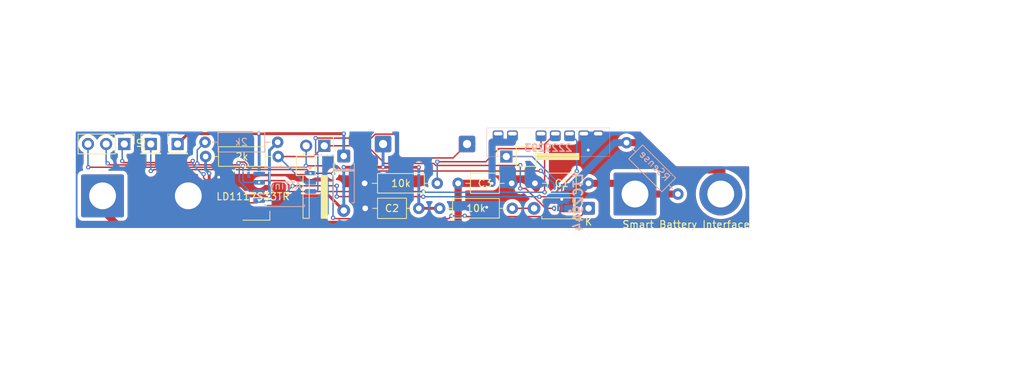
<source format=kicad_pcb>
(kicad_pcb (version 20241229) (generator "pcbnew") (generator_version "9.0")
  (layers (0 "F.Cu" signal) (2 "B.Cu" signal) (13 "F.Paste" user) (15 "B.Paste" user) (5 "F.SilkS" user "F.Silkscreen") (7 "B.SilkS" user "B.Silkscreen") (1 "F.Mask" user) (3 "B.Mask" user) (25 "Edge.Cuts" user))
  (net 0 "")
  (net 1 "GND")
  (net 2 "Net-(IC1-SENSE+)")
  (net 3 "3.3v")
  (net 4 "12v")
  (net 5 "Net-(D1-K)")
  (net 6 "Net-(D1-A)")
  (net 7 "Net-(D2-K)")
  (net 8 "Net-(IC1-SCL)")
  (net 9 "Net-(IC1-~{ALCC})")
  (net 10 "Net-(IC1-SDA)")
  (net 11 "Net-(IC1-SENSE-)")
  (net 12 "Net-(J8-Pin_1)")
  (net 13 "Net-(J9-Pin_3)")
  (net 14 "Net-(J9-Pin_1)")
  (net 15 "Net-(U2-thermistor)")
  (footprint "Connector_Wire:SolderWire-4sqmm_1x02_P12mm_D3mm_OD6mm" (layer "F.Cu") (at 162.75 52.25)
    (property "Reference" "J12" (hide yes))
    (property "Value" "Conn_01x02_Socket")
    (pad "1" thru_hole roundrect (at 0 0) (size 6 6) (drill 3.75) (layers "*.Cu" "*.Mask") (roundrect_rratio 0.041667) (net 2 "Net-(IC1-SENSE+)"))
    (pad "2" thru_hole circle (at 12 0) (size 6 6) (drill 3.75) (layers "*.Cu" "*.Mask") (net 11 "Net-(IC1-SENSE-)"))
  )
  (footprint "Capacitor_THT:C_Axial_L3.8mm_D2.6mm_P7.50mm_Horizontal" (layer "F.Cu") (at 132.5 54.25 180)
    (property "Reference" "C2" (at 3.75 0 0) (layer "F.SilkS"))
    (property "Value" "0.022")
    (fp_line (start 6.46 0) (end 5.77 0) (stroke (width 0.12)) (layer "F.SilkS"))
    (fp_line (start 1.04 0) (end 1.73 0) (stroke (width 0.12)) (layer "F.SilkS"))
    (fp_rect (start 1.73 -1.42) (end 5.77 1.42) (stroke (width 0.12)) (fill no) (layer "F.SilkS"))
    (pad "1" thru_hole circle (at 0 0 180) (size 1.6 1.6) (drill 0.8) (layers "*.Cu" "*.Mask") (net 3 "3.3v"))
    (pad "2" thru_hole circle (at 7.5 0 180) (size 1.6 1.6) (drill 0.8) (layers "*.Cu" "*.Mask") (net 1 "GND"))
  )
  (footprint "Connector_PinHeader_2.54mm:PinHeader_1x01_P2.54mm_Vertical" (layer "F.Cu") (at 98.75 45.25)
    (property "Reference" "J11" (hide yes))
    (property "Value" "Conn_01x01_Pin" (hide yes))
    (fp_line (start -1.38 -1.38) (end 0 -1.38) (stroke (width 0.12)) (layer "F.SilkS"))
    (fp_line (start -1.38 0) (end -1.38 -1.38) (stroke (width 0.12)) (layer "F.SilkS"))
    (fp_line (start -1.38 1.27) (end -1.38 1.38) (stroke (width 0.12)) (layer "F.SilkS"))
    (fp_line (start -1.38 1.27) (end 1.38 1.27) (stroke (width 0.12)) (layer "F.SilkS"))
    (fp_line (start -1.38 1.38) (end 1.38 1.38) (stroke (width 0.12)) (layer "F.SilkS"))
    (fp_line (start 1.38 1.27) (end 1.38 1.38) (stroke (width 0.12)) (layer "F.SilkS"))
    (pad "1" thru_hole rect (at 0 0) (size 1.7 1.7) (drill 1) (layers "*.Cu" "*.Mask") (net 7 "Net-(D2-K)"))
  )
  (footprint "Capacitor_THT:C_Axial_L3.8mm_D2.6mm_P7.50mm_Horizontal" (layer "F.Cu") (at 148.75 50.75)
    (property "Reference" "C1" (at 3.75 0 0) (layer "F.SilkS"))
    (property "Value" "0.001")
    (fp_line (start 1.04 0) (end 1.73 0) (stroke (width 0.12)) (layer "F.SilkS"))
    (fp_line (start 6.46 0) (end 5.77 0) (stroke (width 0.12)) (layer "F.SilkS"))
    (fp_rect (start 1.73 -1.42) (end 5.77 1.42) (stroke (width 0.12)) (fill no) (layer "F.SilkS"))
    (pad "1" thru_hole circle (at 0 0) (size 1.6 1.6) (drill 0.8) (layers "*.Cu" "*.Mask") (net 1 "GND"))
    (pad "2" thru_hole circle (at 7.5 0) (size 1.6 1.6) (drill 0.8) (layers "*.Cu" "*.Mask") (net 2 "Net-(IC1-SENSE+)"))
  )
  (footprint "Diode_THT:D_A-405_P7.62mm_Horizontal" (layer "F.Cu") (at 156.25 54.25 180)
    (property "Reference" "D1" (hide yes))
    (property "Value" "1N4007")
    (fp_line (start 6.53 1.47) (end 6.53 1.14) (stroke (width 0.12)) (layer "F.SilkS"))
    (fp_line (start 6.53 -1.47) (end 6.53 -1.14) (stroke (width 0.12)) (layer "F.SilkS"))
    (fp_line (start 2.11 -1.47) (end 2.11 1.47) (stroke (width 0.12)) (layer "F.SilkS"))
    (fp_line (start 1.99 -1.47) (end 1.99 1.47) (stroke (width 0.12)) (layer "F.SilkS"))
    (fp_line (start 1.87 -1.47) (end 1.87 1.47) (stroke (width 0.12)) (layer "F.SilkS"))
    (fp_line (start 1.09 1.47) (end 6.53 1.47) (stroke (width 0.12)) (layer "F.SilkS"))
    (fp_line (start 1.09 1.14) (end 1.09 1.47) (stroke (width 0.12)) (layer "F.SilkS"))
    (fp_line (start 1.09 -1.14) (end 1.09 -1.47) (stroke (width 0.12)) (layer "F.SilkS"))
    (fp_line (start 1.09 -1.47) (end 6.53 -1.47) (stroke (width 0.12)) (layer "F.SilkS"))
    (fp_text user "K" (at 0 -1.9 0) (layer "F.SilkS"))
    (pad "1" thru_hole roundrect (at 0 0 180) (size 1.8 1.8) (drill 0.9) (layers "*.Cu" "*.Mask") (roundrect_rratio 0.138889) (net 5 "Net-(D1-K)"))
    (pad "2" thru_hole circle (at 7.62 0 180) (size 1.8 1.8) (drill 0.9) (layers "*.Cu" "*.Mask") (net 6 "Net-(D1-A)"))
  )
  (footprint "Connector_Wire:SolderWire-0.5sqmm_1x01_D0.9mm_OD2.3mm" (layer "F.Cu") (at 127.5 45.25)
    (property "Reference" "J10" (hide yes))
    (property "Value" "Conn_01x01_Socket" (hide yes))
    (pad "1" thru_hole roundrect (at 0 0) (size 2.3 2.3) (drill 1.15) (layers "*.Cu" "*.Mask") (roundrect_rratio 0.108696) (net 3 "3.3v"))
  )
  (footprint "Connector_PinHeader_2.54mm:PinHeader_1x01_P2.54mm_Vertical" (layer "F.Cu") (at 95 45.25)
    (property "Reference" "J7" (hide yes))
    (property "Value" "Conn_01x01_Pin" (hide yes))
    (fp_line (start -1.38 -1.38) (end 0 -1.38) (stroke (width 0.12)) (layer "F.SilkS"))
    (fp_line (start -1.38 0) (end -1.38 -1.38) (stroke (width 0.12)) (layer "F.SilkS"))
    (fp_line (start -1.38 1.27) (end -1.38 1.38) (stroke (width 0.12)) (layer "F.SilkS"))
    (fp_line (start -1.38 1.27) (end 1.38 1.27) (stroke (width 0.12)) (layer "F.SilkS"))
    (fp_line (start -1.38 1.38) (end 1.38 1.38) (stroke (width 0.12)) (layer "F.SilkS"))
    (fp_line (start 1.38 1.27) (end 1.38 1.38) (stroke (width 0.12)) (layer "F.SilkS"))
    (pad "1" thru_hole rect (at 0 0) (size 1.7 1.7) (drill 1) (layers "*.Cu" "*.Mask") (net 5 "Net-(D1-K)"))
  )
  (footprint "Connector_PinHeader_2.54mm:PinHeader_1x02_P2.54mm_Horizontal" (layer "F.Cu") (at 119.275 45.5 -90)
    (property "Reference" "J4" (hide yes))
    (property "Value" "Conn_01x02_Pin")
    (fp_line (start 1.39 3.92) (end 4.15 3.92) (stroke (width 0.12)) (layer "F.SilkS"))
    (fp_line (start 4.15 3.92) (end 4.15 -1.38) (stroke (width 0.12)) (layer "F.SilkS"))
    (fp_line (start 1.077358 2.97) (end 1.39 2.97) (stroke (width 0.12)) (layer "F.SilkS"))
    (fp_line (start 10.15 2.97) (end 4.15 2.97) (stroke (width 0.12)) (layer "F.SilkS"))
    (fp_line (start 1.077358 2.11) (end 1.39 2.11) (stroke (width 0.12)) (layer "F.SilkS"))
    (fp_line (start 4.15 2.11) (end 10.15 2.11) (stroke (width 0.12)) (layer "F.SilkS"))
    (fp_line (start 10.15 2.11) (end 10.15 2.97) (stroke (width 0.12)) (layer "F.SilkS"))
    (fp_line (start 1.39 1.27) (end 4.15 1.27) (stroke (width 0.12)) (layer "F.SilkS"))
    (fp_line (start 1.16 0.43) (end 1.39 0.43) (stroke (width 0.12)) (layer "F.SilkS"))
    (fp_line (start -1.27 0) (end -1.27 -1.27) (stroke (width 0.12)) (layer "F.SilkS"))
    (fp_line (start 1.16 -0.43) (end 1.39 -0.43) (stroke (width 0.12)) (layer "F.SilkS"))
    (fp_line (start -1.27 -1.27) (end 0 -1.27) (stroke (width 0.12)) (layer "F.SilkS"))
    (fp_line (start 1.39 -1.38) (end 1.39 3.92) (stroke (width 0.12)) (layer "F.SilkS"))
    (fp_line (start 4.15 -1.38) (end 1.39 -1.38) (stroke (width 0.12)) (layer "F.SilkS"))
    (fp_rect (start 4.15 -0.43) (end 10.15 0.43) (stroke (width 0.12)) (fill yes) (layer "F.SilkS"))
    (pad "1" thru_hole rect (at 0 0 270) (size 1.7 1.7) (drill 1) (layers "*.Cu" "*.Mask") (net 8 "Net-(IC1-SCL)"))
    (pad "2" thru_hole circle (at 0 2.54 270) (size 1.7 1.7) (drill 1) (layers "*.Cu" "*.Mask") (net 10 "Net-(IC1-SDA)"))
  )
  (footprint "Connector_PinHeader_2.54mm:PinHeader_1x01_P2.54mm_Horizontal" (layer "F.Cu") (at 144.75 47)
    (property "Reference" "J6" (hide yes))
    (property "Value" "Conn_01x01_Pin")
    (fp_line (start -1.27 -1.27) (end 0 -1.27) (stroke (width 0.12)) (layer "F.SilkS"))
    (fp_line (start -1.27 0) (end -1.27 -1.27) (stroke (width 0.12)) (layer "F.SilkS"))
    (fp_line (start 1.16 -0.43) (end 1.39 -0.43) (stroke (width 0.12)) (layer "F.SilkS"))
    (fp_line (start 1.16 0.43) (end 1.39 0.43) (stroke (width 0.12)) (layer "F.SilkS"))
    (fp_line (start 1.39 -1.38) (end 1.39 1.38) (stroke (width 0.12)) (layer "F.SilkS"))
    (fp_line (start 1.39 1.38) (end 4.15 1.38) (stroke (width 0.12)) (layer "F.SilkS"))
    (fp_line (start 4.15 -1.38) (end 1.39 -1.38) (stroke (width 0.12)) (layer "F.SilkS"))
    (fp_line (start 4.15 1.38) (end 4.15 -1.38) (stroke (width 0.12)) (layer "F.SilkS"))
    (fp_rect (start 4.15 -0.43) (end 10.15 0.43) (stroke (width 0.12)) (fill yes) (layer "F.SilkS"))
    (pad "1" thru_hole rect (at 0 0) (size 1.7 1.7) (drill 1) (layers "*.Cu" "*.Mask") (net 9 "Net-(IC1-~{ALCC})"))
  )
  (footprint "Resistor_THT:R_Axial_DIN0207_L6.3mm_D2.5mm_P10.16mm_Horizontal" (layer "F.Cu") (at 124.92 50.75)
    (property "Reference" "10k" (at 5.08 0 0) (layer "F.SilkS"))
    (property "Value" "10k")
    (fp_line (start 1.04 0) (end 1.81 0) (stroke (width 0.12)) (layer "F.SilkS"))
    (fp_line (start 9.12 0) (end 8.35 0) (stroke (width 0.12)) (layer "F.SilkS"))
    (fp_rect (start 1.81 -1.37) (end 8.35 1.37) (stroke (width 0.12)) (fill no) (layer "F.SilkS"))
    (pad "1" thru_hole circle (at 0 0) (size 1.6 1.6) (drill 0.8) (layers "*.Cu" "*.Mask") (net 1 "GND"))
    (pad "2" thru_hole circle (at 10.16 0) (size 1.6 1.6) (drill 0.8) (layers "*.Cu" "*.Mask") (net 15 "Net-(U2-thermistor)"))
  )
  (footprint "Connector_PinHeader_2.54mm:PinHeader_1x03_P2.54mm_Vertical" (layer "F.Cu") (at 91.29 45.25 -90)
    (property "Reference" "J9" (at 0 -2.38 90) (layer "F.SilkS"))
    (property "Value" "Conn_01x03_Pin" (hide yes))
    (fp_line (start -1.38 6.46) (end 1.38 6.46) (stroke (width 0.12)) (layer "F.SilkS"))
    (fp_line (start -1.38 1.27) (end -1.38 6.46) (stroke (width 0.12)) (layer "F.SilkS"))
    (fp_line (start -1.38 1.27) (end 1.38 1.27) (stroke (width 0.12)) (layer "F.SilkS"))
    (fp_line (start 1.38 1.27) (end 1.38 6.46) (stroke (width 0.12)) (layer "F.SilkS"))
    (fp_line (start -1.38 0) (end -1.38 -1.38) (stroke (width 0.12)) (layer "F.SilkS"))
    (fp_line (start -1.38 -1.38) (end 0 -1.38) (stroke (width 0.12)) (layer "F.SilkS"))
    (pad "1" thru_hole rect (at 0 0 270) (size 1.7 1.7) (drill 1) (layers "*.Cu" "*.Mask") (net 14 "Net-(J9-Pin_1)"))
    (pad "2" thru_hole circle (at 0 2.54 270) (size 1.7 1.7) (drill 1) (layers "*.Cu" "*.Mask") (net 10 "Net-(IC1-SDA)"))
    (pad "3" thru_hole circle (at 0 5.08 270) (size 1.7 1.7) (drill 1) (layers "*.Cu" "*.Mask") (net 13 "Net-(J9-Pin_3)"))
  )
  (footprint "Resistor_THT:R_Axial_DIN0207_L6.3mm_D2.5mm_P10.16mm_Horizontal" (layer "F.Cu") (at 135.42 54.25)
    (property "Reference" "10k" (at 5.08 0 0) (layer "F.SilkS"))
    (property "Value" "10k")
    (fp_line (start 1.04 0) (end 1.81 0) (stroke (width 0.12)) (layer "F.SilkS"))
    (fp_line (start 9.12 0) (end 8.35 0) (stroke (width 0.12)) (layer "F.SilkS"))
    (fp_rect (start 1.81 -1.37) (end 8.35 1.37) (stroke (width 0.12)) (fill no) (layer "F.SilkS"))
    (pad "1" thru_hole circle (at 0 0) (size 1.6 1.6) (drill 0.8) (layers "*.Cu" "*.Mask") (net 3 "3.3v"))
    (pad "2" thru_hole circle (at 10.16 0) (size 1.6 1.6) (drill 0.8) (layers "*.Cu" "*.Mask") (net 6 "Net-(D1-A)"))
  )
  (footprint "Connector_Wire:SolderWire-4sqmm_1x02_P12mm_D3mm_OD6mm" (layer "F.Cu") (at 88.25 52.5)
    (property "Reference" "J1" (hide yes))
    (property "Value" "Conn_01x02_Socket")
    (pad "1" thru_hole roundrect (at 0 0) (size 6 6) (drill 3.75) (layers "*.Cu" "*.Mask") (roundrect_rratio 0.041667) (net 4 "12v"))
    (pad "2" thru_hole circle (at 12 0) (size 6 6) (drill 3.75) (layers "*.Cu" "*.Mask") (net 1 "GND"))
  )
  (footprint "Package_TO_SOT_SMD:SOT-223-3_TabPin2" (layer "F.Cu") (at 109.75 52.5)
    (property "Reference" "LD1117S33TR" (at -0.45 0.1 0) (layer "F.SilkS"))
    (property "Value" "LD1117S33TR_SOT223")
    (fp_line (start -1.85 -3.41) (end 1.91 -3.41) (stroke (width 0.12)) (layer "F.SilkS"))
    (fp_line (start -1.85 3.41) (end 1.91 3.41) (stroke (width 0.12)) (layer "F.SilkS"))
    (fp_line (start 1.91 -3.41) (end 1.91 -2.15) (stroke (width 0.12)) (layer "F.SilkS"))
    (fp_line (start 1.91 3.41) (end 1.91 2.15) (stroke (width 0.12)) (layer "F.SilkS"))
    (fp_poly (pts (xy -3.13 -3.31) (xy -3.37 -3.64) (xy -2.89 -3.64) (xy -3.13 -3.31)) (stroke (width 0.12)) (fill yes) (layer "F.SilkS"))
    (pad "1" smd roundrect (at -3.15 -2.3) (size 2 1.5) (layers "F.Cu" "F.Mask" "F.Paste") (net 1 "GND"))
    (pad "2" smd roundrect (at -3.15 0) (size 2 1.5) (layers "F.Cu" "F.Mask" "F.Paste") (net 3 "3.3v"))
    (pad "2" smd roundrect (at 3.15 0) (size 2 3.8) (layers "F.Cu" "F.Mask" "F.Paste") (net 3 "3.3v"))
    (pad "3" smd roundrect (at -3.15 2.3) (size 2 1.5) (layers "F.Cu" "F.Mask" "F.Paste") (net 4 "12v"))
  )
  (footprint "Connector_Wire:SolderWire-0.5sqmm_1x01_D0.9mm_OD2.3mm" (layer "F.Cu") (at 139.25 45.25)
    (property "Reference" "J8" (hide yes))
    (property "Value" "Conn_01x01_Socket" (hide yes))
    (pad "1" thru_hole roundrect (at 0 0) (size 2.3 2.3) (drill 1.15) (layers "*.Cu" "*.Mask") (roundrect_rratio 0.108696) (net 12 "Net-(J8-Pin_1)"))
  )
  (footprint "Capacitor_THT:C_Axial_L3.8mm_D2.6mm_P7.50mm_Horizontal" (layer "F.Cu") (at 138 50.75)
    (property "Reference" "C3" (at 3.75 0 0) (layer "F.SilkS"))
    (property "Value" "0.022")
    (fp_line (start 1.04 0) (end 1.73 0) (stroke (width 0.12)) (layer "F.SilkS"))
    (fp_line (start 6.46 0) (end 5.77 0) (stroke (width 0.12)) (layer "F.SilkS"))
    (fp_rect (start 1.73 -1.42) (end 5.77 1.42) (stroke (width 0.12)) (fill no) (layer "F.SilkS"))
    (pad "1" thru_hole circle (at 0 0) (size 1.6 1.6) (drill 0.8) (layers "*.Cu" "*.Mask") (net 4 "12v"))
    (pad "2" thru_hole circle (at 7.5 0) (size 1.6 1.6) (drill 0.8) (layers "*.Cu" "*.Mask") (net 1 "GND"))
  )
  (footprint "Resistor_THT:R_Axial_DIN0207_L6.3mm_D2.5mm_P10.16mm_Horizontal" (layer "F.Cu") (at 102.67 47)
    (property "Reference" "2k" (at 5.08 0 0) (layer "F.SilkS"))
    (property "Value" "2k")
    (fp_line (start 1.04 0) (end 1.81 0) (stroke (width 0.12)) (layer "F.SilkS"))
    (fp_line (start 9.12 0) (end 8.35 0) (stroke (width 0.12)) (layer "F.SilkS"))
    (fp_rect (start 1.81 -1.37) (end 8.35 1.37) (stroke (width 0.12)) (fill no) (layer "F.SilkS"))
    (pad "1" thru_hole circle (at 0 0) (size 1.6 1.6) (drill 0.8) (layers "*.Cu" "*.Mask") (net 3 "3.3v"))
    (pad "2" thru_hole circle (at 10.16 0) (size 1.6 1.6) (drill 0.8) (layers "*.Cu" "*.Mask") (net 8 "Net-(IC1-SCL)"))
  )
  (footprint "Thinkpad:LTC2944" (layer "B.Cu") (at 152.25 52.75 90)
    (property "Reference" "LTC2944" (at -0.65 2.55 270) (layer "B.SilkS") (effects (font (size 1.27 1.27) (thickness 0.254)) (justify mirror)))
    (property "Value" "LTC2944IDD#PBF" (hide yes))
    (fp_circle (center -1.9 1.4) (end -1.9 1.275) (stroke (width 0.25)) (fill no) (layer "B.SilkS"))
    (pad "1" smd rect (at -1.5 0.75) (size 0.3 0.8) (layers "B.Cu" "B.Mask" "B.Paste") (net 2 "Net-(IC1-SENSE+)"))
    (pad "2" smd rect (at -1.5 0.25) (size 0.3 0.8) (layers "B.Cu" "B.Mask" "B.Paste") (net 1 "GND"))
    (pad "3" smd rect (at -1.5 -0.25) (size 0.3 0.8) (layers "B.Cu" "B.Mask" "B.Paste") (net 1 "GND"))
    (pad "4" smd rect (at -1.5 -0.75) (size 0.3 0.8) (layers "B.Cu" "B.Mask" "B.Paste") (net 8 "Net-(IC1-SCL)"))
    (pad "5" smd rect (at 1.5 -0.75) (size 0.3 0.8) (layers "B.Cu" "B.Mask" "B.Paste") (net 10 "Net-(IC1-SDA)"))
    (pad "6" smd rect (at 1.5 -0.25) (size 0.3 0.8) (layers "B.Cu" "B.Mask" "B.Paste") (net 9 "Net-(IC1-~{ALCC})"))
    (pad "7" smd rect (at 1.5 0.25) (size 0.3 0.8) (layers "B.Cu" "B.Mask" "B.Paste") (net 1 "GND"))
    (pad "8" smd rect (at 1.5 0.75) (size 0.3 0.8) (layers "B.Cu" "B.Mask" "B.Paste") (net 11 "Net-(IC1-SENSE-)"))
    (pad "9" smd rect (at 0 0 90) (size 1.75 2.48) (layers "B.Cu" "B.Mask" "B.Paste") (net 1 "GND"))
  )
  (footprint "Package_SO:SOIC-8_5.3x5.3mm_P1.27mm" (layer "B.Cu") (at 113.75 51.25 180)
    (property "Reference" "ATTiny" (at -0.05 0.15 0) (layer "B.SilkS") (effects (justify mirror)))
    (property "Value" "ATtiny85-20SU")
    (fp_line (start 2.76 2.76) (end 2.76 2.49) (stroke (width 0.12)) (layer "B.SilkS"))
    (fp_line (start 2.76 -2.76) (end 2.76 -2.49) (stroke (width 0.12)) (layer "B.SilkS"))
    (fp_line (start 0 2.76) (end 2.76 2.76) (stroke (width 0.12)) (layer "B.SilkS"))
    (fp_line (start 0 2.76) (end -2.76 2.76) (stroke (width 0.12)) (layer "B.SilkS"))
    (fp_line (start 0 -2.76) (end 2.76 -2.76) (stroke (width 0.12)) (layer "B.SilkS"))
    (fp_line (start 0 -2.76) (end -2.76 -2.76) (stroke (width 0.12)) (layer "B.SilkS"))
    (fp_line (start -2.76 2.76) (end -2.76 2.49) (stroke (width 0.12)) (layer "B.SilkS"))
    (fp_line (start -2.76 -2.76) (end -2.76 -2.49) (stroke (width 0.12)) (layer "B.SilkS"))
    (fp_poly (pts (xy -3.525 2.49) (xy -3.765 2.82) (xy -3.285 2.82)) (stroke (width 0.12)) (fill yes) (layer "B.SilkS"))
    (pad "1" smd roundrect (at -3.5875 1.905 180) (size 1.625 0.65) (layers "B.Cu" "B.Mask" "B.Paste") (net 5 "Net-(D1-K)"))
    (pad "2" smd roundrect (at -3.5875 0.635 180) (size 1.625 0.65) (layers "B.Cu" "B.Mask" "B.Paste") (net 8 "Net-(IC1-SCL)"))
    (pad "3" smd roundrect (at -3.5875 -0.635 180) (size 1.625 0.65) (layers "B.Cu" "B.Mask" "B.Paste") (net 12 "Net-(J8-Pin_1)"))
    (pad "4" smd roundrect (at -3.5875 -1.905 180) (size 1.625 0.65) (layers "B.Cu" "B.Mask" "B.Paste") (net 1 "GND"))
    (pad "5" smd roundrect (at 3.5875 -1.905 180) (size 1.625 0.65) (layers "B.Cu" "B.Mask" "B.Paste") (net 14 "Net-(J9-Pin_1)"))
    (pad "6" smd roundrect (at 3.5875 -0.635 180) (size 1.625 0.65) (layers "B.Cu" "B.Mask" "B.Paste") (net 10 "Net-(IC1-SDA)"))
    (pad "7" smd roundrect (at 3.5875 0.635 180) (size 1.625 0.65) (layers "B.Cu" "B.Mask" "B.Paste") (net 13 "Net-(J9-Pin_3)"))
    (pad "8" smd roundrect (at 3.5875 1.905 180) (size 1.625 0.65) (layers "B.Cu" "B.Mask" "B.Paste") (net 7 "Net-(D2-K)"))
  )
  (footprint "Resistor_THT:R_Axial_DIN0207_L6.3mm_D2.5mm_P10.16mm_Horizontal" (layer "B.Cu") (at 112.75 45 180)
    (property "Reference" "2k" (at 5.08 0 180) (layer "B.SilkS") (effects (justify mirror)))
    (property "Value" "2k")
    (fp_line (start 9.12 0) (end 8.35 0) (stroke (width 0.12)) (layer "B.SilkS"))
    (fp_line (start 1.04 0) (end 1.81 0) (stroke (width 0.12)) (layer "B.SilkS"))
    (fp_rect (start 1.81 1.37) (end 8.35 -1.37) (stroke (width 0.12)) (fill no) (layer "B.SilkS"))
    (pad "1" thru_hole circle (at 0 0 180) (size 1.6 1.6) (drill 0.8) (layers "*.Cu" "*.Mask") (net 3 "3.3v"))
    (pad "2" thru_hole circle (at 10.16 0 180) (size 1.6 1.6) (drill 0.8) (layers "*.Cu" "*.Mask") (net 10 "Net-(IC1-SDA)"))
  )
  (footprint "Diode_THT:D_A-405_P7.62mm_Horizontal" (layer "B.Cu") (at 122 46.94 -90)
    (property "Reference" "D2" (hide yes))
    (property "Value" "1N4007")
    (fp_line (start 1.089999 1.47) (end 6.53 1.47) (stroke (width 0.12)) (layer "B.SilkS"))
    (fp_line (start 1.87 1.47) (end 1.87 -1.47) (stroke (width 0.12)) (layer "B.SilkS"))
    (fp_line (start 2.11 1.47) (end 2.11 -1.47) (stroke (width 0.12)) (layer "B.SilkS"))
    (fp_line (start 6.53 1.47) (end 6.53 1.14) (stroke (width 0.12)) (layer "B.SilkS"))
    (fp_line (start 1.99 1.469999) (end 1.99 -1.469999) (stroke (width 0.12)) (layer "B.SilkS"))
    (fp_line (start 1.09 1.14) (end 1.089999 1.47) (stroke (width 0.12)) (layer "B.SilkS"))
    (fp_line (start 1.09 -1.14) (end 1.089999 -1.47) (stroke (width 0.12)) (layer "B.SilkS"))
    (fp_line (start 1.089999 -1.47) (end 6.53 -1.47) (stroke (width 0.12)) (layer "B.SilkS"))
    (fp_line (start 6.53 -1.47) (end 6.53 -1.14) (stroke (width 0.12)) (layer "B.SilkS"))
    (pad "1" thru_hole roundrect (at 0 0 270) (size 1.8 1.8) (drill 0.9) (layers "*.Cu" "*.Mask") (roundrect_rratio 0.138889) (net 7 "Net-(D2-K)"))
    (pad "2" thru_hole circle (at 7.62 0 270) (size 1.8 1.8) (drill 0.9) (layers "*.Cu" "*.Mask") (net 3 "3.3v"))
  )
  (footprint "Thinkpad:2229293-1_vertical" (layer "B.Cu") (at 149.6 43.8 180)
    (property "Reference" "2229293" (at -1 -2 0) (layer "B.SilkS") (effects (font (thickness 0.2) (bold yes)) (justify mirror)))
    (property "Value" "~")
    (fp_rect (start -9.6 0.8) (end 7.6 -3.2) (stroke (width 0.05)) (fill no) (layer "B.SilkS"))
    (pad "0" thru_hole roundrect (at 4 0 180) (size 1.5 1.5) (drill oval 1.2 0.5 (offset 0 -0.3)) (layers "*.Cu" "*.Mask") (roundrect_rratio 0.1968503937) (net 4 "12v"))
    (pad "0" thru_hole roundrect (at 6 0 180) (size 1.5 1.5) (drill oval 1.2 0.5 (offset 0 -0.3)) (layers "*.Cu" "*.Mask") (roundrect_rratio 0.1968503937) (net 4 "12v"))
    (pad "1" thru_hole roundrect (at 0 0 180) (size 1.5 1.5) (drill oval 1.2 0.5 (offset 0 -0.3)) (layers "*.Cu" "*.Mask") (roundrect_rratio 0.1968503937) (net 15 "Net-(U2-thermistor)"))
    (pad "2" thru_hole roundrect (at -2 0 180) (size 1.5 1.5) (drill oval 1.2 0.5 (offset 0 -0.3)) (layers "*.Cu" "*.Mask") (roundrect_rratio 0.1968503937) (net 13 "Net-(J9-Pin_3)"))
    (pad "3" thru_hole roundrect (at -4 0 180) (size 1.5 1.5) (drill oval 1.2 0.5 (offset 0 -0.3)) (layers "*.Cu" "*.Mask") (roundrect_rratio 0.1968503937) (net 14 "Net-(J9-Pin_1)"))
    (pad "6" thru_hole roundrect (at -8 0 180) (size 1.5 1.5) (drill oval 1.2 0.5 (offset 0 -0.3)) (layers "*.Cu" "*.Mask") (roundrect_rratio 0.1968503937) (net 1 "GND"))
    (pad "6" thru_hole roundrect (at -6 0 180) (size 1.5 1.5) (drill oval 1.2 0.5 (offset 0 -0.3)) (layers "*.Cu" "*.Mask") (roundrect_rratio 0.1968503937) (net 1 "GND"))
  )
  (footprint "Resistor_THT:R_Axial_DIN0207_L6.3mm_D2.5mm_P10.16mm_Horizontal" (layer "B.Cu") (at 168.75 52.25 135)
    (property "Reference" "RSense" (at 5.091169 0.494975 135) (layer "B.SilkS") (effects (justify mirror)))
    (property "Value" "50m")
    (fp_line (start 9.12 0) (end 8.350001 0) (stroke (width 0.12)) (layer "B.SilkS"))
    (fp_line (start 1.04 0) (end 1.81 0) (stroke (width 0.12)) (layer "B.SilkS"))
    (fp_poly (pts (xy 1.81 1.37) (xy 1.81 -1.37) (xy 8.35 -1.37) (xy 8.35 1.37)) (stroke (width 0.12)) (fill no) (layer "B.SilkS"))
    (pad "1" thru_hole circle (at 0 0 135) (size 1.6 1.6) (drill 0.8) (layers "*.Cu" "*.Mask") (net 2 "Net-(IC1-SENSE+)"))
    (pad "2" thru_hole circle (at 10.16 0 135) (size 1.6 1.6) (drill 0.8) (layers "*.Cu" "*.Mask") (net 11 "Net-(IC1-SENSE-)"))
  )
  (gr_poly (pts (xy 163.691421 43) (xy 136.500002 43) (xy 136.500002 46.6) (xy 130.250002 46.6) (xy 130.250002 43) (xy 84 43) (xy 84.000002 57.5) (xy 179.219226 57.5) (xy 179.219226 47.873817) (xy 168.714788 47.873817)) (stroke (width 0.001)) (fill no) (layer "Edge.Cuts"))
  (gr_text "Smart Battery Interface" (at 160.9 57.1 0) (layer "F.SilkS") (effects (font (size 1 1)) (justify left bottom)))
  (via (at 152.5 53) (size 0.9) (drill 0.4) (layers "F.Cu" "B.Cu") (net 1))
  (via (at 142 54.1) (size 0.9) (drill 0.4) (layers "F.Cu" "B.Cu") (net 1))
  (via (at 104.5 49.9) (size 0.9) (drill 0.4) (layers "F.Cu" "B.Cu") (net 1))
  (via (at 156.2 46.1) (size 0.9) (drill 0.4) (layers "F.Cu" "B.Cu") (net 1))
  (segment (start 150.85 52.75) (end 150.3 53.3) (width 1) (layer "B.Cu") (net 1))
  (segment (start 152.5 52.5) (end 152.25 52.75) (width 0.2) (layer "B.Cu") (net 1))
  (segment (start 152.5 51.25) (end 152.5 52.5) (width 0.2) (layer "B.Cu") (net 1))
  (segment (start 152 53) (end 152.25 52.75) (width 0.2) (layer "B.Cu") (net 1))
  (segment (start 152.25 52.75) (end 150.85 52.75) (width 1) (layer "B.Cu") (net 1))
  (segment (start 152 54.25) (end 152 53) (width 0.2) (layer "B.Cu") (net 1))
  (segment (start 152.5 53) (end 152.25 52.75) (width 0.2) (layer "B.Cu") (net 1))
  (segment (start 152.5 54.25) (end 152.5 53) (width 0.2) (layer "B.Cu") (net 1))
  (segment (start 162.75 52.25) (end 168.75 52.25) (width 1) (layer "F.Cu") (net 2))
  (segment (start 161.25 50.75) (end 162.75 52.25) (width 1) (layer "F.Cu") (net 2))
  (segment (start 156.25 50.75) (end 161.25 50.75) (width 1) (layer "F.Cu") (net 2))
  (segment (start 154.118 54.253) (end 153.278 54.253) (width 1) (layer "B.Cu") (net 2))
  (segment (start 154.722 52.278) (end 154.722 53.649) (width 1) (layer "B.Cu") (net 2))
  (segment (start 154.722 53.649) (end 154.118 54.253) (width 1) (layer "B.Cu") (net 2))
  (segment (start 156.25 50.75) (end 154.722 52.278) (width 1) (layer "B.Cu") (net 2))
  (segment (start 122 54.56) (end 119.94 52.5) (width 0.4) (layer "F.Cu") (net 3))
  (segment (start 111.6 52.5) (end 112.9 52.5) (width 0.4) (layer "F.Cu") (net 3))
  (segment (start 132.5 54.25) (end 135.42 54.25) (width 0.4) (layer "F.Cu") (net 3))
  (segment (start 105.5 52.5) (end 106.6 52.5) (width 0.4) (layer "F.Cu") (net 3))
  (segment (start 103.171 50.171) (end 105.5 52.5) (width 0.4) (layer "F.Cu") (net 3))
  (segment (start 122 48.5) (end 127.5 48.5) (width 0.4) (layer "F.Cu") (net 3))
  (segment (start 103.171 49.355) (end 103.171 50.171) (width 0.4) (layer "F.Cu") (net 3))
  (segment (start 127.5 48.5) (end 132.5 48.5) (width 0.4) (layer "F.Cu") (net 3))
  (segment (start 119.94 52.5) (end 112.9 52.5) (width 0.4) (layer "F.Cu") (net 3))
  (segment (start 106.6 52.5) (end 111.6 52.5) (width 0.4) (layer "F.Cu") (net 3))
  (via (at 103.171 49.355) (size 0.6) (drill 0.3) (layers "F.Cu" "B.Cu") (net 3))
  (via (at 122 48.5) (size 0.6) (drill 0.3) (layers "F.Cu" "B.Cu") (net 3))
  (via (at 127.5 48.5) (size 0.6) (drill 0.3) (layers "F.Cu" "B.Cu") (net 3))
  (via (at 132.5 48.5) (size 0.6) (drill 0.3) (layers "F.Cu" "B.Cu") (net 3))
  (via (at 111.6 52.5) (size 0.6) (drill 0.3) (layers "F.Cu" "B.Cu") (net 3))
  (segment (start 102.67 48.854) (end 102.67 47) (width 0.4) (layer "B.Cu") (net 3))
  (segment (start 111.6 46.15) (end 112.75 45) (width 0.4) (layer "B.Cu") (net 3))
  (segment (start 132.5 48.5) (end 132.5 54.25) (width 0.4) (layer "B.Cu") (net 3))
  (segment (start 127.5 48.5) (end 127.5 45.25) (width 0.4) (layer "B.Cu") (net 3))
  (segment (start 111.6 52.5) (end 111.6 46.15) (width 0.4) (layer "B.Cu") (net 3))
  (segment (start 103.171 49.355) (end 102.67 48.854) (width 0.4) (layer "B.Cu") (net 3))
  (segment (start 122 54.56) (end 122 48.5) (width 0.4) (layer "B.Cu") (net 3))
  (segment (start 106.5 54.9) (end 106.6 54.8) (width 1) (layer "F.Cu") (net 4))
  (segment (start 138 50.75) (end 142.75 50.75) (width 1) (layer "F.Cu") (net 4))
  (segment (start 90.25 56.499) (end 106.5 56.499) (width 1) (layer "F.Cu") (net 4))
  (segment (start 88.25 54.499) (end 90.25 56.499) (width 1) (layer "F.Cu") (net 4))
  (segment (start 88.25 52.5) (end 88.25 54.499) (width 1) (layer "F.Cu") (net 4))
  (segment (start 106.5 56.499) (end 106.5 54.9) (width 1) (layer "F.Cu") (net 4))
  (segment (start 106.5 56.499) (end 138 56.499) (width 1) (layer "F.Cu") (net 4))
  (segment (start 138 56.499) (end 138 50.75) (width 1) (layer "F.Cu") (net 4))
  (via (at 142.75 50.75) (size 0.9) (drill 0.4) (layers "F.Cu" "B.Cu") (net 4))
  (segment (start 142.75 50.75) (end 142.75 45.001) (width 1) (layer "B.Cu") (net 4))
  (segment (start 142.75 45.001) (end 145.6 45.001) (width 1) (layer "B.Cu") (net 4))
  (segment (start 139.027 55.4) (end 138.927 55.3) (width 0.2) (layer "F.Cu") (net 5))
  (segment (start 120.445 49.345) (end 117.3375 49.345) (width 0.2) (layer "F.Cu") (net 5))
  (segment (start 95.223 49.027) (end 95.422 48.828) (width 0.2) (layer "F.Cu") (net 5))
  (segment (start 137.073 55.3) (end 136.685 55.688) (width 0.2) (layer "F.Cu") (net 5))
  (segment (start 120.616 55.688) (end 120.5 55.572) (width 0.2) (layer "F.Cu") (net 5))
  (segment (start 155.1 55.4) (end 139.027 55.4) (width 0.2) (layer "F.Cu") (net 5))
  (segment (start 136.685 55.688) (end 120.616 55.688) (width 0.2) (layer "F.Cu") (net 5))
  (segment (start 120.5 49.4) (end 120.445 49.345) (width 0.2) (layer "F.Cu") (net 5))
  (segment (start 95 49.027) (end 95.223 49.027) (width 0.2) (layer "F.Cu") (net 5))
  (segment (start 156.25 54.25) (end 155.1 55.4) (width 0.2) (layer "F.Cu") (net 5))
  (segment (start 116.8205 48.828) (end 117.3375 49.345) (width 0.2) (layer "F.Cu") (net 5))
  (segment (start 95.422 48.828) (end 116.8205 48.828) (width 0.2) (layer "F.Cu") (net 5))
  (via (at 138.927 55.3) (size 0.6) (drill 0.3) (layers "F.Cu" "B.Cu") (net 5))
  (via (at 95 49.027) (size 0.6) (drill 0.3) (layers "F.Cu" "B.Cu") (net 5))
  (via (at 120.5 49.4) (size 0.6) (drill 0.3) (layers "F.Cu" "B.Cu") (net 5))
  (via (at 137.073 55.3) (size 0.6) (drill 0.3) (layers "F.Cu" "B.Cu") (net 5))
  (via (at 120.5 55.572) (size 0.6) (drill 0.3) (layers "F.Cu" "B.Cu") (net 5))
  (via (at 117.3375 49.345) (size 0.6) (drill 0.3) (layers "F.Cu" "B.Cu") (net 5))
  (segment (start 138.927 55.3) (end 137.073 55.3) (width 0.2) (layer "B.Cu") (net 5))
  (segment (start 95 45.25) (end 95 49.027) (width 0.2) (layer "B.Cu") (net 5))
  (segment (start 120.5 55.572) (end 120.5 49.4) (width 0.2) (layer "B.Cu") (net 5))
  (segment (start 145.58 54.25) (end 148.63 54.25) (width 0.2) (layer "F.Cu") (net 6))
  (segment (start 98.75 45.25) (end 100.2 43.8) (width 0.4) (layer "F.Cu") (net 7))
  (segment (start 106 43.8) (end 110.1 43.8) (width 0.4) (layer "F.Cu") (net 7))
  (segment (start 100.2 43.8) (end 106 43.8) (width 0.4) (layer "F.Cu") (net 7))
  (segment (start 110.5 43.8) (end 122 43.8) (width 0.4) (layer "F.Cu") (net 7))
  (segment (start 110.1 43.8) (end 110.5 43.8) (width 0.4) (layer "F.Cu") (net 7))
  (via (at 122 43.8) (size 0.6) (drill 0.3) (layers "F.Cu" "B.Cu") (net 7))
  (via (at 110.1 43.8) (size 0.6) (drill 0.3) (layers "F.Cu" "B.Cu") (net 7))
  (segment (start 110.1625 43.8625) (end 110.1 43.8) (width 0.4) (layer "B.Cu") (net 7))
  (segment (start 110.1625 49.345) (end 110.1625 43.8625) (width 0.4) (layer "B.Cu") (net 7))
  (segment (start 122 43.8) (end 122 46.94) (width 0.4) (layer "B.Cu") (net 7))
  (segment (start 134.597295 47.972) (end 134.881295 48.256) (width 0.2) (layer "F.Cu") (net 8))
  (segment (start 127.739078 47.972) (end 134.597295 47.972) (width 0.2) (layer "F.Cu") (net 8))
  (segment (start 146.644 48.256) (end 146.7 48.2) (width 0.2) (layer "F.Cu") (net 8))
  (segment (start 146.7 51.473) (end 147.448233 51.473) (width 0.2) (layer "F.Cu") (net 8))
  (segment (start 112.83 47) (end 117.775 47) (width 0.2) (layer "F.Cu") (net 8))
  (segment (start 150.225233 54.25) (end 151.422998 54.25) (width 0.2) (layer "F.Cu") (net 8))
  (segment (start 134.881295 48.256) (end 146.644 48.256) (width 0.2) (layer "F.Cu") (net 8))
  (segment (start 147.448233 51.473) (end 150.225233 54.25) (width 0.2) (layer "F.Cu") (net 8))
  (segment (start 125.267078 45.5) (end 127.739078 47.972) (width 0.2) (layer "F.Cu") (net 8))
  (segment (start 112.83 47.42) (end 112.83 47) (width 0.2) (layer "F.Cu") (net 8))
  (segment (start 117.775 47) (end 119.275 45.5) (width 0.2) (layer "F.Cu") (net 8))
  (segment (start 119.275 45.5) (end 125.267078 45.5) (width 0.2) (layer "F.Cu") (net 8))
  (via (at 151.422998 54.25) (size 0.6) (drill 0.3) (layers "F.Cu" "B.Cu") (net 8))
  (via (at 146.7 51.473) (size 0.6) (drill 0.3) (layers "F.Cu" "B.Cu") (net 8))
  (via (at 146.7 48.2) (size 0.6) (drill 0.3) (layers "F.Cu" "B.Cu") (net 8))
  (segment (start 117.3375 50.615) (end 116.445 50.615) (width 0.2) (layer "B.Cu") (net 8))
  (segment (start 146.7 51.572) (end 146.7 51.473) (width 0.2) (layer "B.Cu") (net 8))
  (segment (start 146.7 48.2) (end 146.7 51.572) (width 0.2) (layer "B.Cu") (net 8))
  (segment (start 116.445 50.615) (end 112.83 47) (width 0.2) (layer "B.Cu") (net 8))
  (segment (start 148.35 47) (end 144.75 47) (width 0.2) (layer "B.Cu") (net 9))
  (segment (start 152 51.25) (end 152 50.65) (width 0.2) (layer "B.Cu") (net 9))
  (segment (start 152 50.65) (end 148.35 47) (width 0.2) (layer "B.Cu") (net 9))
  (segment (start 108.428 48.5) (end 116.501 48.5) (width 0.2) (layer "F.Cu") (net 10))
  (segment (start 101.699 48.172) (end 101.5 47.973) (width 0.2) (layer "F.Cu") (net 10))
  (segment (start 89.172 48.172) (end 99.418 48.172) (width 0.2) (layer "F.Cu") (net 10))
  (segment (start 107.282454 47.992749) (end 107.372 48.082295) (width 0.2) (layer "F.Cu") (net 10))
  (segment (start 107.372 48.172) (end 101.699 48.172) (width 0.2) (layer "F.Cu") (net 10))
  (segment (start 101.301 48.172) (end 101.5 47.973) (width 0.2) (layer "F.Cu") (net 10))
  (segment (start 99.418 48.172) (end 101.301 48.172) (width 0.2) (layer "F.Cu") (net 10))
  (segment (start 107.282454 47.917374) (end 107.282454 47.992749) (width 0.2) (layer "F.Cu") (net 10))
  (segment (start 121.054295 48.301) (end 121.781295 49.028) (width 0.2) (layer "F.Cu") (net 10))
  (segment (start 107.282454 47.917374) (end 107.426828 47.773) (width 0.2) (layer "F.Cu") (net 10))
  (segment (start 108.118705 47.773) (end 108.428 48.082295) (width 0.2) (layer "F.Cu") (net 10))
  (segment (start 116.7 48.301) (end 121.054295 48.301) (width 0.2) (layer "F.Cu") (net 10))
  (segment (start 116.501 48.5) (end 116.7 48.301) (width 0.2) (layer "F.Cu") (net 10))
  (segment (start 121.781295 49.028) (end 149.545 49.028) (width 0.2) (layer "F.Cu") (net 10))
  (segment (start 149.545 49.028) (end 149.573 49) (width 0.2) (layer "F.Cu") (net 10))
  (segment (start 107.372 48.082295) (end 107.372 48.172) (width 0.2) (layer "F.Cu") (net 10))
  (segment (start 107.426828 47.773) (end 108.118705 47.773) (width 0.2) (layer "F.Cu") (net 10))
  (segment (start 88.973 47.973) (end 89.172 48.172) (width 0.2) (layer "F.Cu") (net 10))
  (segment (start 108.428 48.082295) (end 108.428 48.5) (width 0.2) (layer "F.Cu") (net 10))
  (via (at 149.573 49) (size 0.6) (drill 0.3) (layers "F.Cu" "B.Cu") (net 10))
  (via (at 107.282454 47.917374) (size 0.6) (drill 0.3) (layers "F.Cu" "B.Cu") (net 10))
  (via (at 116.7 48.301) (size 0.6) (drill 0.3) (layers "F.Cu" "B.Cu") (net 10))
  (via (at 88.973 47.973) (size 0.6) (drill 0.3) (layers "F.Cu" "B.Cu") (net 10))
  (via (at 101.5 47.973) (size 0.6) (drill 0.3) (layers "F.Cu" "B.Cu") (net 10))
  (segment (start 107.282454 47.992749) (end 107.372 48.082295) (width 0.2) (layer "B.Cu") (net 10))
  (segment (start 108.809138 51.873) (end 109.655 51.873) (width 0.2) (layer "B.Cu") (net 10))
  (segment (start 88.75 47.75) (end 88.973 47.973) (width 0.2) (layer "B.Cu") (net 10))
  (segment (start 107.372 48.082295) (end 107.372 50.435862) (width 0.2) (layer "B.Cu") (net 10))
  (segment (start 116.7 48.301) (end 116.735 48.266) (width 0.2) (layer "B.Cu") (net 10))
  (segment (start 88.75 45.25) (end 88.75 47.75) (width 0.2) (layer "B.Cu") (net 10))
  (segment (start 107.282454 47.917374) (end 107.282454 47.992749) (width 0.2) (layer "B.Cu") (net 10))
  (segment (start 101.5 47.973) (end 101.5 46.09) (width 0.2) (layer "B.Cu") (net 10))
  (segment (start 151.5 50.927) (end 151.5 51.25) (width 0.2) (layer "B.Cu") (net 10))
  (segment (start 107.372 50.435862) (end 108.809138 51.873) (width 0.2) (layer "B.Cu") (net 10))
  (segment (start 116.735 48.266) (end 116.735 45.5) (width 0.2) (layer "B.Cu") (net 10))
  (segment (start 149.573 49) (end 151.5 50.927) (width 0.2) (layer "B.Cu") (net 10))
  (segment (start 101.5 46.09) (end 102.59 45) (width 0.2) (layer "B.Cu") (net 10))
  (segment (start 164.383093 45.065795) (end 168.192115 48.874817) (width 1) (layer "F.Cu") (net 11))
  (segment (start 174.9 48.874817) (end 174.9 52.1) (width 1) (layer "F.Cu") (net 11))
  (segment (start 161.565795 45.065795) (end 164.383093 45.065795) (width 1) (layer "F.Cu") (net 11))
  (segment (start 174.9 52.1) (end 174.75 52.25) (width 1) (layer "F.Cu") (net 11))
  (segment (start 168.192115 48.874817) (end 174.9 48.874817) (width 1) (layer "F.Cu") (net 11))
  (segment (start 153.733503 51.247) (end 153.278 51.247) (width 1) (layer "B.Cu") (net 11))
  (segment (start 159.914708 45.065795) (end 153.733503 51.247) (width 1) (layer "B.Cu") (net 11))
  (segment (start 161.565795 45.065795) (end 159.914708 45.065795) (width 1) (layer "B.Cu") (net 11))
  (segment (start 126.395078 43.872) (end 129.372 43.872) (width 0.2) (layer "F.Cu") (net 12))
  (segment (start 118.065858 44.422) (end 125.845078 44.422) (width 0.2) (layer "F.Cu") (net 12))
  (segment (start 125.845078 44.422) (end 126.395078 43.872) (width 0.2) (layer "F.Cu") (net 12))
  (segment (start 137.299 47.201) (end 139.25 45.25) (width 0.2) (layer "F.Cu") (net 12))
  (segment (start 130.00106 47.201) (end 137.299 47.201) (width 0.2) (layer "F.Cu") (net 12))
  (segment (start 129.372 43.872) (end 129.372 46.57194) (width 0.2) (layer "F.Cu") (net 12))
  (segment (start 129.372 46.57194) (end 130.00106 47.201) (width 0.2) (layer "F.Cu") (net 12))
  (segment (start 118.060858 44.427) (end 118.065858 44.422) (width 0.2) (layer "F.Cu") (net 12))
  (via (at 118.060858 44.427) (size 0.6) (drill 0.3) (layers "F.Cu" "B.Cu") (net 12))
  (segment (start 118.149999 51.885) (end 118.378 51.656999) (width 0.2) (layer "B.Cu") (net 12))
  (segment (start 118.378 51.656999) (end 118.378 46.759) (width 0.2) (layer "B.Cu") (net 12))
  (segment (start 117.3375 51.885) (end 118.149999 51.885) (width 0.2) (layer "B.Cu") (net 12))
  (segment (start 118.060858 46.441858) (end 118.060858 44.427) (width 0.2) (layer "B.Cu") (net 12))
  (segment (start 118.378 46.759) (end 118.060858 46.441858) (width 0.2) (layer "B.Cu") (net 12))
  (segment (start 151.6 43.8) (end 150.1 45.3) (width 0.2) (layer "F.Cu") (net 13))
  (segment (start 107.701 48.5) (end 86.25 48.5) (width 0.2) (layer "F.Cu") (net 13))
  (segment (start 114.327 51.873) (end 114.327 50.99018) (width 0.2) (layer "F.Cu") (net 13))
  (segment (start 114.327 50.99018) (end 113.70882 50.372) (width 0.2) (layer "F.Cu") (net 13))
  (segment (start 133.127 51.9) (end 114.354 51.9) (width 0.2) (layer "F.Cu") (net 13))
  (segment (start 107.9 48.301) (end 107.701 48.5) (width 0.2) (layer "F.Cu") (net 13))
  (segment (start 150.1 45.3) (end 150.1 52) (width 0.2) (layer "F.Cu") (net 13))
  (segment (start 113.70882 50.372) (end 110.4055 50.372) (width 0.2) (layer "F.Cu") (net 13))
  (segment (start 114.354 51.9) (end 114.327 51.873) (width 0.2) (layer "F.Cu") (net 13))
  (segment (start 110.4055 50.372) (end 110.1625 50.615) (width 0.2) (layer "F.Cu") (net 13))
  (via (at 150.1 52) (size 0.6) (drill 0.3) (layers "F.Cu" "B.Cu") (net 13))
  (via (at 86.25 48.5) (size 0.6) (drill 0.3) (layers "F.Cu" "B.Cu") (net 13))
  (via (at 110.1625 50.615) (size 0.6) (drill 0.3) (layers "F.Cu" "B.Cu") (net 13))
  (via (at 107.9 48.301) (size 0.6) (drill 0.3) (layers "F.Cu" "B.Cu") (net 13))
  (via (at 133.127 51.9) (size 0.6) (drill 0.3) (layers "F.Cu" "B.Cu") (net 13))
  (segment (start 86.21 48.46) (end 86.25 48.5) (width 0.2) (layer "B.Cu") (net 13))
  (segment (start 107.9 50.5) (end 108.015 50.615) (width 0.2) (layer "B.Cu") (net 13))
  (segment (start 133.227 52) (end 133.127 51.9) (width 0.2) (layer "B.Cu") (net 13))
  (segment (start 108.015 50.615) (end 110.1625 50.615) (width 0.2) (layer "B.Cu") (net 13))
  (segment (start 107.9 48.301) (end 107.9 50.5) (width 0.2) (layer "B.Cu") (net 13))
  (segment (start 86.21 45.25) (end 86.21 48.46) (width 0.2) (layer "B.Cu") (net 13))
  (segment (start 150.1 52) (end 133.227 52) (width 0.2) (layer "B.Cu") (net 13))
  (segment (start 91.199 47.844) (end 100.972 47.844) (width 0.2) (layer "F.Cu") (net 14))
  (segment (start 100.972 47.714188) (end 100.86927 47.611458) (width 0.2) (layer "F.Cu") (net 14))
  (segment (start 154.609773 49.059753) (end 151.029789 52.639737) (width 0.2) (layer "F.Cu") (net 14))
  (segment (start 105.372 52.977284) (end 105.372 53.124772) (width 0.2) (layer "F.Cu") (net 14))
  (segment (start 109.8395 53.478) (end 110.1625 53.155) (width 0.2) (layer "F.Cu") (net 14))
  (segment (start 105.725228 53.478) (end 109.8395 53.478) (width 0.2) (layer "F.Cu") (net 14))
  (segment (start 133.099997 52.6) (end 121.027 52.6) (width 0.2) (layer "F.Cu") (net 14))
  (segment (start 102.383502 49.988786) (end 105.372 52.977284) (width 0.2) (layer "F.Cu") (net 14))
  (segment (start 151.029789 52.639737) (end 149.360262 52.639737) (width 0.2) (layer "F.Cu") (net 14))
  (segment (start 100.972 47.844) (end 100.972 47.714188) (width 0.2) (layer "F.Cu") (net 14))
  (segment (start 105.372 53.124772) (end 105.725228 53.478) (width 0.2) (layer "F.Cu") (net 14))
  (segment (start 133.127 52.627003) (end 133.099997 52.6) (width 0.2) (layer "F.Cu") (net 14))
  (segment (start 121.027 51.1) (end 114.854 51.1) (width 0.2) (layer "F.Cu") (net 14))
  (segment (start 102.383502 49.454214) (end 102.383502 49.988786) (width 0.2) (layer "F.Cu") (net 14))
  (segment (start 91 47.645) (end 91.199 47.844) (width 0.2) (layer "F.Cu") (net 14))
  (via (at 154.609773 49.059753) (size 0.6) (drill 0.3) (layers "F.Cu" "B.Cu") (net 14))
  (via (at 110.1625 53.155) (size 0.6) (drill 0.3) (layers "F.Cu" "B.Cu") (net 14))
  (via (at 102.383502 49.454214) (size 0.6) (drill 0.3) (layers "F.Cu" "B.Cu") (net 14))
  (via (at 91 47.645) (size 0.6) (drill 0.3) (layers "F.Cu" "B.Cu") (net 14))
  (via (at 121.027 51.1) (size 0.6) (drill 0.3) (layers "F.Cu" "B.Cu") (net 14))
  (via (at 100.86927 47.611458) (size 0.6) (drill 0.3) (layers "F.Cu" "B.Cu") (net 14))
  (via (at 133.127 52.627003) (size 0.6) (drill 0.3) (layers "F.Cu" "B.Cu") (net 14))
  (via (at 121.027 52.6) (size 0.6) (drill 0.3) (layers "F.Cu" "B.Cu") (net 14))
  (via (at 114.854 51.1) (size 0.6) (drill 0.3) (layers "F.Cu" "B.Cu") (net 14))
  (via (at 149.360262 52.639737) (size 0.6) (drill 0.3) (layers "F.Cu" "B.Cu") (net 14))
  (segment (start 100.86927 47.611458) (end 100.86927 48.1374) (width 0.2) (layer "B.Cu") (net 14))
  (segment (start 154.609773 44.809773) (end 154.609773 49.059753) (width 0.2) (layer "B.Cu") (net 14))
  (segment (start 100.86927 48.1374) (end 102.186084 49.454214) (width 0.2) (layer "B.Cu") (net 14))
  (segment (start 153.6 43.8) (end 154.609773 44.809773) (width 0.2) (layer "B.Cu") (net 14))
  (segment (start 91 47.645) (end 91 45.54) (width 0.2) (layer "B.Cu") (net 14))
  (segment (start 121.027 52.6) (end 121.027 51.1) (width 0.2) (layer "B.Cu") (net 14))
  (segment (start 114.854 51.1) (end 112.799 53.155) (width 0.2) (layer "B.Cu") (net 14))
  (segment (start 112.799 53.155) (end 110.1625 53.155) (width 0.2) (layer "B.Cu") (net 14))
  (segment (start 149.360262 52.639737) (end 149.347528 52.627003) (width 0.2) (layer "B.Cu") (net 14))
  (segment (start 91 45.54) (end 91.29 45.25) (width 0.2) (layer "B.Cu") (net 14))
  (segment (start 149.347528 52.627003) (end 133.127 52.627003) (width 0.2) (layer "B.Cu") (net 14))
  (segment (start 102.186084 49.454214) (end 102.383502 49.454214) (width 0.2) (layer "B.Cu") (net 14))
  (segment (start 141.866 47.728) (end 143.694 45.9) (width 0.2) (layer "F.Cu") (net 15))
  (segment (start 149.6 45.9) (end 149.6 43.8) (width 0.2) (layer "F.Cu") (net 15))
  (segment (start 135.1 47.728) (end 141.866 47.728) (width 0.2) (layer "F.Cu") (net 15))
  (segment (start 143.694 45.9) (end 149.6 45.9) (width 0.2) (layer "F.Cu") (net 15))
  (via (at 135.1 47.728) (size 0.6) (drill 0.3) (layers "F.Cu" "B.Cu") (net 15))
  (segment (start 135.08 47.748) (end 135.1 47.728) (width 0.2) (layer "B.Cu") (net 15))
  (segment (start 135.08 50.75) (end 135.08 47.748) (width 0.2) (layer "B.Cu") (net 15))
  (zone (net 1) (net_name "GND") (layers "F.Cu" "B.Cu") (priority 1) (connect_pads yes (clearance 0.5)) (min_thickness 0.25) (fill yes (thermal_gap 0.5) (thermal_bridge_width 0.5))
    (polygon (pts (xy 73.9 30.4) (xy 73.9 77.4) (xy 217.2 79) (xy 206.1 25.1)))
  )
)
</source>
